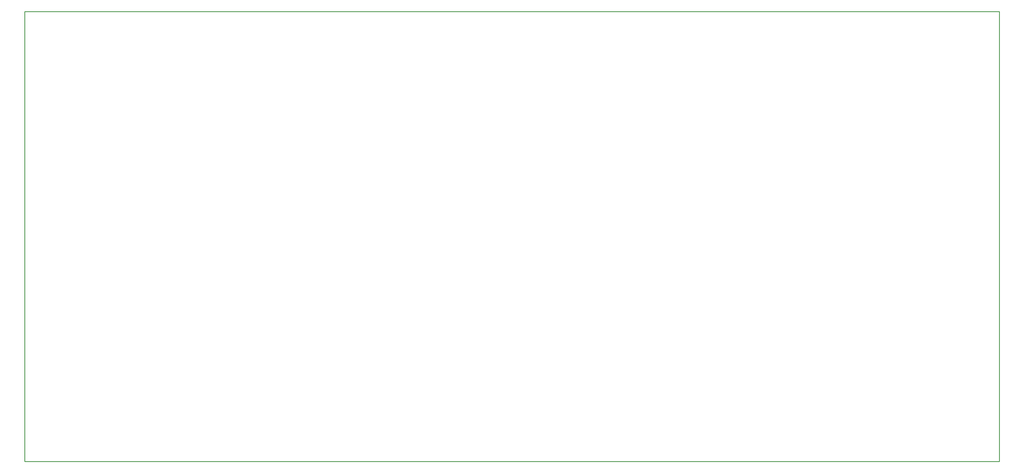
<source format=gko>
G04 Layer: BoardOutlineLayer*
G04 EasyEDA Pro v2.1.51.8c9149c1.e57db4, 2024-03-19 08:44:46*
G04 Gerber Generator version 0.3*
G04 Scale: 100 percent, Rotated: No, Reflected: No*
G04 Dimensions in millimeters*
G04 Leading zeros omitted, absolute positions, 3 integers and 5 decimals*
%FSLAX35Y35*%
%MOMM*%
%ADD10C,0.254*%
G75*


G04 PolygonModel Start*
G54D10*
G01X0Y0D02*
G01X0Y14510000D01*
G01X0Y0D02*
G01X31435000Y0D01*
G01X31435000Y14510000D02*
G01X31435000Y0D01*
G01X31435000Y14510000D02*
G01X0Y14510000D01*
G04 PolygonModel End*

M02*

</source>
